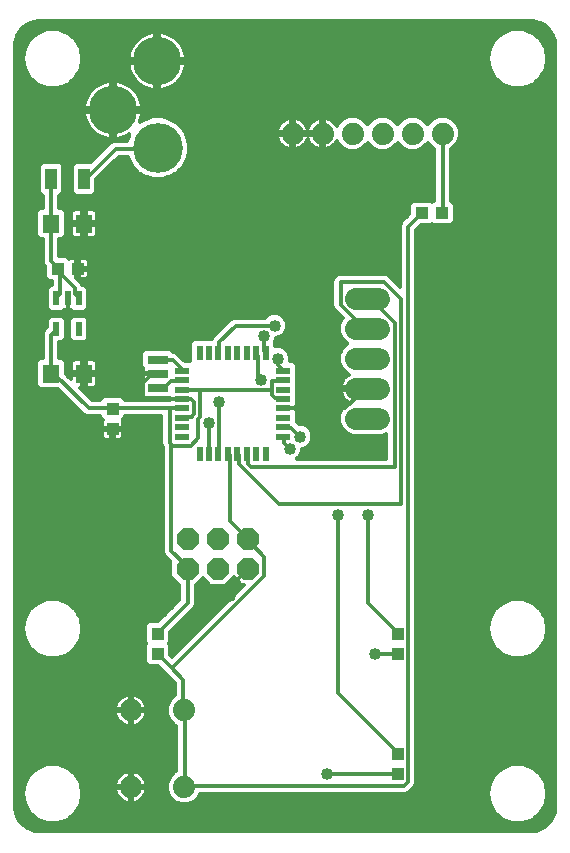
<source format=gbl>
G75*
G70*
%OFA0B0*%
%FSLAX24Y24*%
%IPPOS*%
%LPD*%
%AMOC8*
5,1,8,0,0,1.08239X$1,22.5*
%
%ADD10R,0.0394X0.0433*%
%ADD11R,0.0551X0.0630*%
%ADD12C,0.1660*%
%ADD13C,0.1620*%
%ADD14R,0.0500X0.0220*%
%ADD15R,0.0220X0.0500*%
%ADD16C,0.0740*%
%ADD17R,0.0669X0.0276*%
%ADD18OC8,0.0740*%
%ADD19R,0.0433X0.0394*%
%ADD20R,0.0394X0.0709*%
%ADD21R,0.0217X0.0472*%
%ADD22C,0.0740*%
%ADD23C,0.0120*%
%ADD24C,0.0400*%
D10*
X005160Y006325D03*
X005160Y006995D03*
X003660Y013825D03*
X003660Y014495D03*
X013160Y006995D03*
X013160Y006325D03*
X013160Y002995D03*
X013160Y002325D03*
D11*
X002711Y015660D03*
X001609Y015660D03*
X001609Y020660D03*
X002711Y020660D03*
D12*
X005160Y023196D03*
D13*
X003679Y024447D03*
X005150Y026079D03*
D14*
X005970Y015762D03*
X005970Y015447D03*
X005970Y015132D03*
X005970Y014817D03*
X005970Y014503D03*
X005970Y014188D03*
X005970Y013873D03*
X005970Y013558D03*
X009350Y013558D03*
X009350Y013873D03*
X009350Y014188D03*
X009350Y014503D03*
X009350Y014817D03*
X009350Y015132D03*
X009350Y015447D03*
X009350Y015762D03*
D15*
X008762Y016350D03*
X008447Y016350D03*
X008132Y016350D03*
X007817Y016350D03*
X007503Y016350D03*
X007188Y016350D03*
X006873Y016350D03*
X006558Y016350D03*
X006558Y012970D03*
X006873Y012970D03*
X007188Y012970D03*
X007503Y012970D03*
X007817Y012970D03*
X008132Y012970D03*
X008447Y012970D03*
X008762Y012970D03*
D16*
X006050Y004440D03*
X006050Y001880D03*
X004270Y001880D03*
X004270Y004440D03*
X009660Y023660D03*
X010660Y023660D03*
X011660Y023660D03*
X012660Y023660D03*
X013660Y023660D03*
X014660Y023660D03*
D17*
X005160Y016132D03*
X005160Y015660D03*
X005160Y015188D03*
D18*
X006160Y010160D03*
X006160Y009160D03*
X007160Y009160D03*
X007160Y010160D03*
X008160Y010160D03*
X008160Y009160D03*
D19*
X002495Y019160D03*
X001825Y019160D03*
X013975Y021010D03*
X014645Y021010D03*
D20*
X002711Y022160D03*
X001609Y022160D03*
D21*
X001786Y018172D03*
X002160Y018172D03*
X002534Y018172D03*
X002534Y017148D03*
X001786Y017148D03*
D22*
X011790Y017160D02*
X012530Y017160D01*
X012530Y016160D02*
X011790Y016160D01*
X011790Y015160D02*
X012530Y015160D01*
X012530Y014160D02*
X011790Y014160D01*
X011790Y018160D02*
X012530Y018160D01*
D23*
X000501Y000824D02*
X000637Y000637D01*
X000824Y000501D01*
X001044Y000429D01*
X001160Y000420D01*
X017660Y000420D01*
X017776Y000429D01*
X017996Y000501D01*
X018183Y000637D01*
X018319Y000824D01*
X018391Y001044D01*
X018400Y001160D01*
X018400Y026660D01*
X018391Y026776D01*
X018319Y026996D01*
X018183Y027183D01*
X017996Y027319D01*
X017776Y027391D01*
X017660Y027400D01*
X001160Y027400D01*
X001044Y027391D01*
X000824Y027319D01*
X000637Y027183D01*
X000501Y026996D01*
X000429Y026776D01*
X000420Y026660D01*
X000420Y001160D01*
X000429Y001044D01*
X000501Y000824D01*
X000485Y000871D02*
X001076Y000871D01*
X001162Y000798D02*
X000898Y001020D01*
X000898Y001020D01*
X000725Y001320D01*
X000725Y001320D01*
X000665Y001660D01*
X000665Y001660D01*
X000725Y002000D01*
X000725Y002000D01*
X000898Y002300D01*
X000898Y002300D01*
X001162Y002522D01*
X001162Y002522D01*
X001487Y002640D01*
X001833Y002640D01*
X002158Y002522D01*
X002158Y002522D01*
X002422Y002300D01*
X002422Y002300D01*
X002595Y002000D01*
X002595Y002000D01*
X002655Y001660D01*
X002655Y001660D01*
X002595Y001320D01*
X002595Y001320D01*
X002422Y001020D01*
X002422Y001020D01*
X002422Y001020D01*
X002158Y000798D01*
X002158Y000798D01*
X001833Y000680D01*
X001610Y000680D01*
X001487Y000680D01*
X001162Y000798D01*
X001288Y000753D02*
X000553Y000753D01*
X000641Y000634D02*
X018179Y000634D01*
X018267Y000753D02*
X017532Y000753D01*
X017658Y000798D02*
X017658Y000798D01*
X017922Y001020D01*
X017922Y001020D01*
X017922Y001020D01*
X018095Y001320D01*
X018155Y001660D01*
X018095Y002000D01*
X018095Y002000D01*
X017922Y002300D01*
X017658Y002522D01*
X017658Y002522D01*
X017333Y002640D01*
X016987Y002640D01*
X016662Y002522D01*
X016398Y002300D01*
X016398Y002300D01*
X016225Y002000D01*
X016165Y001660D01*
X016225Y001320D01*
X016225Y001320D01*
X016398Y001020D01*
X016662Y000798D01*
X016662Y000798D01*
X016987Y000680D01*
X017210Y000680D01*
X017333Y000680D01*
X017658Y000798D01*
X017744Y000871D02*
X018335Y000871D01*
X018373Y000990D02*
X017886Y000990D01*
X017973Y001108D02*
X018396Y001108D01*
X018400Y001227D02*
X018041Y001227D01*
X018095Y001320D02*
X018095Y001320D01*
X018100Y001345D02*
X018400Y001345D01*
X018400Y001464D02*
X018120Y001464D01*
X018141Y001582D02*
X018400Y001582D01*
X018400Y001701D02*
X018148Y001701D01*
X018155Y001660D02*
X018155Y001660D01*
X018127Y001819D02*
X018400Y001819D01*
X018400Y001938D02*
X018106Y001938D01*
X018063Y002056D02*
X018400Y002056D01*
X018400Y002175D02*
X017995Y002175D01*
X017926Y002293D02*
X018400Y002293D01*
X018400Y002412D02*
X017789Y002412D01*
X017922Y002300D02*
X017922Y002300D01*
X017635Y002530D02*
X018400Y002530D01*
X018400Y002649D02*
X013780Y002649D01*
X013780Y002767D02*
X018400Y002767D01*
X018400Y002886D02*
X013780Y002886D01*
X013780Y003004D02*
X018400Y003004D01*
X018400Y003123D02*
X013780Y003123D01*
X013780Y003241D02*
X018400Y003241D01*
X018400Y003360D02*
X013780Y003360D01*
X013780Y003478D02*
X018400Y003478D01*
X018400Y003597D02*
X013780Y003597D01*
X013780Y003715D02*
X018400Y003715D01*
X018400Y003834D02*
X013780Y003834D01*
X013780Y003952D02*
X018400Y003952D01*
X018400Y004071D02*
X013780Y004071D01*
X013780Y004189D02*
X018400Y004189D01*
X018400Y004308D02*
X013780Y004308D01*
X013780Y004426D02*
X018400Y004426D01*
X018400Y004545D02*
X013780Y004545D01*
X013780Y004663D02*
X018400Y004663D01*
X018400Y004782D02*
X013780Y004782D01*
X013780Y004900D02*
X018400Y004900D01*
X018400Y005019D02*
X013780Y005019D01*
X013780Y005137D02*
X018400Y005137D01*
X018400Y005256D02*
X013780Y005256D01*
X013780Y005374D02*
X018400Y005374D01*
X018400Y005493D02*
X013780Y005493D01*
X013780Y005611D02*
X018400Y005611D01*
X018400Y005730D02*
X013780Y005730D01*
X013780Y005848D02*
X018400Y005848D01*
X018400Y005967D02*
X013780Y005967D01*
X013780Y006085D02*
X018400Y006085D01*
X018400Y006204D02*
X017397Y006204D01*
X017333Y006180D02*
X017658Y006298D01*
X017922Y006520D01*
X017922Y006520D01*
X017922Y006520D01*
X018095Y006820D01*
X018155Y007160D01*
X018095Y007500D01*
X018095Y007500D01*
X017922Y007800D01*
X017658Y008022D01*
X017658Y008022D01*
X017333Y008140D01*
X016987Y008140D01*
X016662Y008022D01*
X016398Y007800D01*
X016398Y007800D01*
X016225Y007500D01*
X016165Y007160D01*
X016225Y006820D01*
X016398Y006520D01*
X016662Y006298D01*
X016662Y006298D01*
X016987Y006180D01*
X017110Y006180D01*
X017333Y006180D01*
X017658Y006298D02*
X017658Y006298D01*
X017686Y006322D02*
X018400Y006322D01*
X018400Y006441D02*
X017827Y006441D01*
X017945Y006559D02*
X018400Y006559D01*
X018400Y006678D02*
X018013Y006678D01*
X018081Y006796D02*
X018400Y006796D01*
X018400Y006915D02*
X018112Y006915D01*
X018095Y006820D02*
X018095Y006820D01*
X018133Y007033D02*
X018400Y007033D01*
X018400Y007152D02*
X018154Y007152D01*
X018155Y007160D02*
X018155Y007160D01*
X018136Y007270D02*
X018400Y007270D01*
X018400Y007389D02*
X018115Y007389D01*
X018091Y007507D02*
X018400Y007507D01*
X018400Y007626D02*
X018023Y007626D01*
X017954Y007744D02*
X018400Y007744D01*
X018400Y007863D02*
X017847Y007863D01*
X017922Y007800D02*
X017922Y007800D01*
X017706Y007981D02*
X018400Y007981D01*
X018400Y008100D02*
X017444Y008100D01*
X016876Y008100D02*
X013780Y008100D01*
X013780Y008218D02*
X018400Y008218D01*
X018400Y008337D02*
X013780Y008337D01*
X013780Y008455D02*
X018400Y008455D01*
X018400Y008574D02*
X013780Y008574D01*
X013780Y008692D02*
X018400Y008692D01*
X018400Y008811D02*
X013780Y008811D01*
X013780Y008929D02*
X018400Y008929D01*
X018400Y009048D02*
X013780Y009048D01*
X013780Y009166D02*
X018400Y009166D01*
X018400Y009285D02*
X013780Y009285D01*
X013780Y009403D02*
X018400Y009403D01*
X018400Y009522D02*
X013780Y009522D01*
X013780Y009640D02*
X018400Y009640D01*
X018400Y009759D02*
X013780Y009759D01*
X013780Y009877D02*
X018400Y009877D01*
X018400Y009996D02*
X013780Y009996D01*
X013780Y010114D02*
X018400Y010114D01*
X018400Y010233D02*
X013780Y010233D01*
X013780Y010351D02*
X018400Y010351D01*
X018400Y010470D02*
X013780Y010470D01*
X013780Y010588D02*
X018400Y010588D01*
X018400Y010707D02*
X013780Y010707D01*
X013780Y010825D02*
X018400Y010825D01*
X018400Y010944D02*
X013780Y010944D01*
X013780Y011062D02*
X018400Y011062D01*
X018400Y011181D02*
X013780Y011181D01*
X013780Y011299D02*
X018400Y011299D01*
X018400Y011418D02*
X013780Y011418D01*
X013780Y011536D02*
X018400Y011536D01*
X018400Y011655D02*
X013780Y011655D01*
X013780Y011773D02*
X018400Y011773D01*
X018400Y011892D02*
X013780Y011892D01*
X013780Y012010D02*
X018400Y012010D01*
X018400Y012129D02*
X013780Y012129D01*
X013780Y012247D02*
X018400Y012247D01*
X018400Y012366D02*
X013780Y012366D01*
X013780Y012484D02*
X018400Y012484D01*
X018400Y012603D02*
X013780Y012603D01*
X013780Y012721D02*
X018400Y012721D01*
X018400Y012840D02*
X013780Y012840D01*
X013780Y012958D02*
X018400Y012958D01*
X018400Y013077D02*
X013780Y013077D01*
X013780Y013195D02*
X018400Y013195D01*
X018400Y013314D02*
X013780Y013314D01*
X013780Y013432D02*
X018400Y013432D01*
X018400Y013551D02*
X013780Y013551D01*
X013780Y013669D02*
X018400Y013669D01*
X018400Y013788D02*
X013780Y013788D01*
X013780Y013906D02*
X018400Y013906D01*
X018400Y014025D02*
X013780Y014025D01*
X013780Y014143D02*
X018400Y014143D01*
X018400Y014262D02*
X013780Y014262D01*
X013780Y014380D02*
X018400Y014380D01*
X018400Y014499D02*
X013780Y014499D01*
X013780Y014617D02*
X018400Y014617D01*
X018400Y014736D02*
X013780Y014736D01*
X013780Y014854D02*
X018400Y014854D01*
X018400Y014973D02*
X013780Y014973D01*
X013780Y015091D02*
X018400Y015091D01*
X018400Y015210D02*
X013780Y015210D01*
X013780Y015328D02*
X018400Y015328D01*
X018400Y015447D02*
X013780Y015447D01*
X013780Y015565D02*
X018400Y015565D01*
X018400Y015684D02*
X013780Y015684D01*
X013780Y015802D02*
X018400Y015802D01*
X018400Y015921D02*
X013780Y015921D01*
X013780Y016039D02*
X018400Y016039D01*
X018400Y016158D02*
X013780Y016158D01*
X013780Y016276D02*
X018400Y016276D01*
X018400Y016395D02*
X013780Y016395D01*
X013780Y016513D02*
X018400Y016513D01*
X018400Y016632D02*
X013780Y016632D01*
X013780Y016750D02*
X018400Y016750D01*
X018400Y016869D02*
X013780Y016869D01*
X013780Y016987D02*
X018400Y016987D01*
X018400Y017106D02*
X013780Y017106D01*
X013780Y017224D02*
X018400Y017224D01*
X018400Y017343D02*
X013780Y017343D01*
X013780Y017461D02*
X018400Y017461D01*
X018400Y017580D02*
X013780Y017580D01*
X013780Y017698D02*
X018400Y017698D01*
X018400Y017817D02*
X013780Y017817D01*
X013780Y017935D02*
X018400Y017935D01*
X018400Y018054D02*
X013780Y018054D01*
X013780Y018172D02*
X018400Y018172D01*
X018400Y018291D02*
X013780Y018291D01*
X013780Y018409D02*
X018400Y018409D01*
X018400Y018528D02*
X013780Y018528D01*
X013780Y018646D02*
X018400Y018646D01*
X018400Y018765D02*
X013780Y018765D01*
X013780Y018883D02*
X018400Y018883D01*
X018400Y019002D02*
X013780Y019002D01*
X013780Y019120D02*
X018400Y019120D01*
X018400Y019239D02*
X013780Y019239D01*
X013780Y019357D02*
X018400Y019357D01*
X018400Y019476D02*
X013780Y019476D01*
X013780Y019594D02*
X018400Y019594D01*
X018400Y019713D02*
X013780Y019713D01*
X013780Y019831D02*
X018400Y019831D01*
X018400Y019950D02*
X013780Y019950D01*
X013780Y020068D02*
X018400Y020068D01*
X018400Y020187D02*
X013780Y020187D01*
X013780Y020305D02*
X018400Y020305D01*
X018400Y020424D02*
X013780Y020424D01*
X013780Y020448D02*
X013935Y020603D01*
X014279Y020603D01*
X014310Y020634D01*
X014341Y020603D01*
X014948Y020603D01*
X015071Y020726D01*
X015071Y021294D01*
X014948Y021417D01*
X014930Y021417D01*
X014930Y023144D01*
X014989Y023168D01*
X015152Y023331D01*
X015240Y023545D01*
X015240Y023775D01*
X015152Y023989D01*
X014989Y024152D01*
X014775Y024240D01*
X014545Y024240D01*
X014331Y024152D01*
X014168Y023989D01*
X014160Y023969D01*
X014152Y023989D01*
X013989Y024152D01*
X013775Y024240D01*
X013545Y024240D01*
X013331Y024152D01*
X013168Y023989D01*
X013160Y023969D01*
X013152Y023989D01*
X012989Y024152D01*
X012775Y024240D01*
X012545Y024240D01*
X012331Y024152D01*
X012168Y023989D01*
X012160Y023969D01*
X012152Y023989D01*
X011989Y024152D01*
X011775Y024240D01*
X011545Y024240D01*
X011331Y024152D01*
X011168Y023989D01*
X011132Y023901D01*
X011113Y023938D01*
X011064Y024005D01*
X011005Y024064D01*
X010938Y024113D01*
X010863Y024151D01*
X010784Y024177D01*
X010702Y024190D01*
X010700Y024190D01*
X010700Y023700D01*
X010620Y023700D01*
X010620Y024190D01*
X010618Y024190D01*
X010536Y024177D01*
X010457Y024151D01*
X010382Y024113D01*
X010315Y024064D01*
X010256Y024005D01*
X010207Y023938D01*
X010169Y023863D01*
X010160Y023836D01*
X010151Y023863D01*
X010113Y023938D01*
X010064Y024005D01*
X010005Y024064D01*
X009938Y024113D01*
X009863Y024151D01*
X009784Y024177D01*
X009702Y024190D01*
X009700Y024190D01*
X009700Y023700D01*
X009620Y023700D01*
X009620Y024190D01*
X009618Y024190D01*
X009536Y024177D01*
X009457Y024151D01*
X009382Y024113D01*
X009315Y024064D01*
X009256Y024005D01*
X009207Y023938D01*
X009169Y023863D01*
X009143Y023784D01*
X009130Y023702D01*
X009130Y023700D01*
X009620Y023700D01*
X009620Y023620D01*
X009130Y023620D01*
X009130Y023618D01*
X009143Y023536D01*
X009169Y023457D01*
X009207Y023382D01*
X009256Y023315D01*
X009315Y023256D01*
X009382Y023207D01*
X009457Y023169D01*
X009536Y023143D01*
X009618Y023130D01*
X009620Y023130D01*
X009620Y023620D01*
X009700Y023620D01*
X009700Y023700D01*
X010130Y023700D01*
X010620Y023700D01*
X010660Y023660D01*
X010620Y023623D02*
X009700Y023623D01*
X009700Y023620D02*
X010620Y023620D01*
X010700Y023620D01*
X010700Y023130D01*
X010702Y023130D01*
X010784Y023143D01*
X010863Y023169D01*
X010938Y023207D01*
X011005Y023256D01*
X011064Y023315D01*
X011113Y023382D01*
X011132Y023419D01*
X011168Y023331D01*
X011331Y023168D01*
X011545Y023080D01*
X011775Y023080D01*
X011989Y023168D01*
X012152Y023331D01*
X012160Y023351D01*
X012168Y023331D01*
X012331Y023168D01*
X012545Y023080D01*
X012775Y023080D01*
X012989Y023168D01*
X013152Y023331D01*
X013160Y023351D01*
X013168Y023331D01*
X013331Y023168D01*
X013545Y023080D01*
X013775Y023080D01*
X013989Y023168D01*
X014152Y023331D01*
X014160Y023351D01*
X014168Y023331D01*
X014331Y023168D01*
X014390Y023144D01*
X014390Y021417D01*
X014341Y021417D01*
X014310Y021386D01*
X014279Y021417D01*
X013672Y021417D01*
X013549Y021294D01*
X013549Y020981D01*
X013357Y020789D01*
X013281Y020713D01*
X013240Y020614D01*
X013240Y018562D01*
X012939Y018863D01*
X012863Y018939D01*
X012764Y018980D01*
X011206Y018980D01*
X011107Y018939D01*
X011031Y018863D01*
X010990Y018764D01*
X010990Y017906D01*
X011031Y017807D01*
X011324Y017514D01*
X011298Y017489D01*
X011210Y017275D01*
X011210Y017045D01*
X011298Y016831D01*
X011461Y016668D01*
X011481Y016660D01*
X011461Y016652D01*
X011298Y016489D01*
X011210Y016275D01*
X011210Y016045D01*
X011298Y015831D01*
X011461Y015668D01*
X011549Y015632D01*
X011512Y015613D01*
X011445Y015564D01*
X011386Y015505D01*
X011337Y015438D01*
X011299Y015363D01*
X011273Y015284D01*
X011261Y015210D01*
X012110Y015210D01*
X012110Y015110D01*
X011261Y015110D01*
X011273Y015036D01*
X011299Y014957D01*
X011337Y014882D01*
X011386Y014815D01*
X011445Y014756D01*
X011512Y014707D01*
X011549Y014688D01*
X011461Y014652D01*
X011298Y014489D01*
X011210Y014275D01*
X011210Y014045D01*
X011298Y013831D01*
X011461Y013668D01*
X011675Y013580D01*
X012645Y013580D01*
X012790Y013640D01*
X012790Y012830D01*
X009810Y012830D01*
X009908Y012928D01*
X009970Y013078D01*
X009970Y013150D01*
X009992Y013150D01*
X010142Y013212D01*
X010258Y013328D01*
X010320Y013478D01*
X010320Y013642D01*
X010258Y013792D01*
X010142Y013908D01*
X009992Y013970D01*
X009882Y013970D01*
X009839Y014013D01*
X009810Y014042D01*
X009810Y014385D01*
X009760Y014435D01*
X009760Y014503D01*
X009760Y014570D01*
X009810Y014620D01*
X009810Y015959D01*
X009687Y016082D01*
X009570Y016082D01*
X009570Y016242D01*
X009508Y016392D01*
X009392Y016508D01*
X009242Y016570D01*
X009082Y016570D01*
X009082Y016687D01*
X009068Y016702D01*
X009120Y016828D01*
X009120Y016850D01*
X009142Y016850D01*
X009292Y016912D01*
X009408Y017028D01*
X009470Y017178D01*
X009470Y017342D01*
X009408Y017492D01*
X009292Y017608D01*
X009142Y017670D01*
X008978Y017670D01*
X008828Y017608D01*
X008750Y017530D01*
X007706Y017530D01*
X007607Y017489D01*
X006981Y016863D01*
X006959Y016810D01*
X006361Y016810D01*
X006238Y016687D01*
X006238Y016082D01*
X006069Y016082D01*
X005889Y016263D01*
X005813Y016339D01*
X005714Y016380D01*
X005682Y016380D01*
X005582Y016480D01*
X004738Y016480D01*
X004615Y016357D01*
X004615Y015908D01*
X004674Y015849D01*
X004665Y015819D01*
X004665Y015669D01*
X005151Y015669D01*
X005151Y015651D01*
X004665Y015651D01*
X004665Y015501D01*
X004674Y015471D01*
X004615Y015412D01*
X004615Y014963D01*
X004738Y014840D01*
X005560Y014840D01*
X005560Y014817D01*
X005560Y014780D01*
X004067Y014780D01*
X004067Y014798D01*
X003944Y014921D01*
X003376Y014921D01*
X003253Y014798D01*
X003253Y014780D01*
X002972Y014780D01*
X002567Y015185D01*
X002651Y015185D01*
X002651Y015600D01*
X002276Y015600D01*
X002276Y015476D01*
X002094Y015657D01*
X002094Y016062D01*
X001971Y016185D01*
X001880Y016185D01*
X001880Y016702D01*
X001981Y016702D01*
X002104Y016825D01*
X002104Y017471D01*
X001981Y017594D01*
X001591Y017594D01*
X001468Y017471D01*
X001468Y017200D01*
X001457Y017189D01*
X001381Y017113D01*
X001340Y017014D01*
X001340Y016185D01*
X001246Y016185D01*
X001123Y016062D01*
X001123Y015258D01*
X001246Y015135D01*
X001853Y015135D01*
X002631Y014357D01*
X002707Y014281D01*
X002806Y014240D01*
X003253Y014240D01*
X003253Y014191D01*
X003324Y014120D01*
X003314Y014104D01*
X003303Y014063D01*
X003303Y013864D01*
X003622Y013864D01*
X003622Y013787D01*
X003698Y013787D01*
X003698Y013449D01*
X003878Y013449D01*
X003919Y013460D01*
X003955Y013481D01*
X003985Y013511D01*
X004006Y013547D01*
X004017Y013588D01*
X004017Y013787D01*
X003698Y013787D01*
X003698Y013864D01*
X004017Y013864D01*
X004017Y014063D01*
X004006Y014104D01*
X003996Y014120D01*
X004067Y014191D01*
X004067Y014240D01*
X005290Y014240D01*
X005290Y013306D01*
X005331Y013207D01*
X005340Y013198D01*
X005340Y009706D01*
X005381Y009607D01*
X005457Y009531D01*
X005584Y009404D01*
X005580Y009400D01*
X005580Y008920D01*
X005890Y008610D01*
X005890Y008122D01*
X005189Y007421D01*
X004876Y007421D01*
X004753Y007298D01*
X004753Y006691D01*
X004784Y006660D01*
X004753Y006629D01*
X004753Y006022D01*
X004876Y005899D01*
X005189Y005899D01*
X005482Y005606D01*
X005740Y005348D01*
X005740Y004939D01*
X005721Y004932D01*
X005558Y004769D01*
X005470Y004555D01*
X005470Y004325D01*
X005558Y004111D01*
X005721Y003948D01*
X005790Y003920D01*
X005790Y002400D01*
X005721Y002372D01*
X005558Y002209D01*
X005470Y001995D01*
X005470Y001765D01*
X005558Y001551D01*
X005721Y001388D01*
X005935Y001300D01*
X006165Y001300D01*
X006379Y001388D01*
X006542Y001551D01*
X006578Y001640D01*
X013414Y001640D01*
X013513Y001681D01*
X013589Y001757D01*
X013739Y001907D01*
X013780Y002006D01*
X013780Y020448D01*
X013874Y020542D02*
X018400Y020542D01*
X018400Y020661D02*
X015006Y020661D01*
X015071Y020779D02*
X018400Y020779D01*
X018400Y020898D02*
X015071Y020898D01*
X015071Y021016D02*
X018400Y021016D01*
X018400Y021135D02*
X015071Y021135D01*
X015071Y021253D02*
X018400Y021253D01*
X018400Y021372D02*
X014993Y021372D01*
X014930Y021490D02*
X018400Y021490D01*
X018400Y021609D02*
X014930Y021609D01*
X014930Y021727D02*
X018400Y021727D01*
X018400Y021846D02*
X014930Y021846D01*
X014930Y021964D02*
X018400Y021964D01*
X018400Y022083D02*
X014930Y022083D01*
X014930Y022201D02*
X018400Y022201D01*
X018400Y022320D02*
X014930Y022320D01*
X014930Y022438D02*
X018400Y022438D01*
X018400Y022557D02*
X014930Y022557D01*
X014930Y022675D02*
X018400Y022675D01*
X018400Y022794D02*
X014930Y022794D01*
X014930Y022912D02*
X018400Y022912D01*
X018400Y023031D02*
X014930Y023031D01*
X014942Y023149D02*
X018400Y023149D01*
X018400Y023268D02*
X015088Y023268D01*
X015174Y023386D02*
X018400Y023386D01*
X018400Y023505D02*
X015223Y023505D01*
X015240Y023623D02*
X018400Y023623D01*
X018400Y023742D02*
X015240Y023742D01*
X015205Y023860D02*
X018400Y023860D01*
X018400Y023979D02*
X015156Y023979D01*
X015043Y024097D02*
X018400Y024097D01*
X018400Y024216D02*
X014834Y024216D01*
X014486Y024216D02*
X013834Y024216D01*
X014043Y024097D02*
X014277Y024097D01*
X014164Y023979D02*
X014156Y023979D01*
X014660Y023660D02*
X014660Y021010D01*
X014645Y021010D01*
X014390Y021490D02*
X001880Y021490D01*
X001880Y021596D02*
X001880Y021185D01*
X001971Y021185D01*
X002094Y021062D01*
X002094Y020258D01*
X001971Y020135D01*
X001880Y020135D01*
X001880Y019567D01*
X002129Y019567D01*
X002200Y019496D01*
X002216Y019506D01*
X002257Y019517D01*
X002456Y019517D01*
X002456Y019198D01*
X002533Y019198D01*
X002871Y019198D01*
X002871Y019378D01*
X002860Y019419D01*
X002839Y019455D01*
X002809Y019485D01*
X002773Y019506D01*
X002732Y019517D01*
X002533Y019517D01*
X002533Y019198D01*
X002533Y019122D01*
X002871Y019122D01*
X002871Y018942D01*
X002860Y018901D01*
X002839Y018865D01*
X002809Y018835D01*
X002773Y018814D01*
X002732Y018803D01*
X002533Y018803D01*
X002533Y019122D01*
X002456Y019122D01*
X002456Y018846D01*
X002639Y018663D01*
X002657Y018618D01*
X002729Y018618D01*
X002852Y018495D01*
X002852Y017849D01*
X002729Y017726D01*
X002339Y017726D01*
X002289Y017776D01*
X002160Y017776D01*
X002160Y018172D01*
X002160Y018172D01*
X002160Y017776D01*
X002031Y017776D01*
X001981Y017726D01*
X001591Y017726D01*
X001468Y017849D01*
X001468Y018495D01*
X001591Y018618D01*
X001640Y018618D01*
X001640Y018753D01*
X001522Y018753D01*
X001399Y018876D01*
X001399Y019239D01*
X001381Y019257D01*
X001340Y019356D01*
X001340Y020135D01*
X001246Y020135D01*
X001123Y020258D01*
X001123Y021062D01*
X001246Y021185D01*
X001340Y021185D01*
X001340Y021596D01*
X001325Y021596D01*
X001202Y021719D01*
X001202Y022601D01*
X001325Y022724D01*
X001893Y022724D01*
X002016Y022601D01*
X002016Y021719D01*
X001893Y021596D01*
X001880Y021596D01*
X001906Y021609D02*
X002414Y021609D01*
X002427Y021596D02*
X002995Y021596D01*
X003118Y021719D01*
X003118Y022136D01*
X003872Y022890D01*
X004165Y022890D01*
X004191Y022795D01*
X004328Y022558D01*
X004521Y022364D01*
X004759Y022227D01*
X005023Y022156D01*
X005297Y022156D01*
X005561Y022227D01*
X005799Y022364D01*
X005992Y022558D01*
X006129Y022795D01*
X006200Y023059D01*
X006200Y023333D01*
X006129Y023598D01*
X005992Y023835D01*
X005799Y024028D01*
X005561Y024165D01*
X005297Y024236D01*
X005023Y024236D01*
X004759Y024165D01*
X004566Y024054D01*
X004577Y024076D01*
X004613Y024178D01*
X004637Y024285D01*
X004648Y024387D01*
X003739Y024387D01*
X003739Y023478D01*
X003842Y023490D01*
X003948Y023514D01*
X004051Y023550D01*
X004149Y023597D01*
X004214Y023638D01*
X004191Y023598D01*
X004146Y023430D01*
X003706Y023430D01*
X003607Y023389D01*
X003531Y023313D01*
X002942Y022724D01*
X002427Y022724D01*
X002304Y022601D01*
X002304Y021719D01*
X002427Y021596D01*
X002304Y021727D02*
X002016Y021727D01*
X002016Y021846D02*
X002304Y021846D01*
X002304Y021964D02*
X002016Y021964D01*
X002016Y022083D02*
X002304Y022083D01*
X002304Y022201D02*
X002016Y022201D01*
X002016Y022320D02*
X002304Y022320D01*
X002304Y022438D02*
X002016Y022438D01*
X002016Y022557D02*
X002304Y022557D01*
X002378Y022675D02*
X001942Y022675D01*
X001610Y022160D02*
X001609Y022160D01*
X001610Y022160D02*
X001610Y020660D01*
X001609Y020660D01*
X001610Y020610D01*
X001610Y019410D01*
X001810Y019210D01*
X001825Y019160D01*
X001860Y019060D01*
X001935Y018985D01*
X001910Y018960D01*
X001910Y018310D01*
X001810Y018210D01*
X001786Y018172D01*
X001640Y018646D02*
X000420Y018646D01*
X000420Y018528D02*
X001500Y018528D01*
X001468Y018409D02*
X000420Y018409D01*
X000420Y018291D02*
X001468Y018291D01*
X001468Y018172D02*
X000420Y018172D01*
X000420Y018054D02*
X001468Y018054D01*
X001468Y017935D02*
X000420Y017935D01*
X000420Y017817D02*
X001500Y017817D01*
X001576Y017580D02*
X000420Y017580D01*
X000420Y017698D02*
X011140Y017698D01*
X011027Y017817D02*
X002820Y017817D01*
X002852Y017935D02*
X010990Y017935D01*
X010990Y018054D02*
X002852Y018054D01*
X002852Y018172D02*
X010990Y018172D01*
X010990Y018291D02*
X002852Y018291D01*
X002852Y018409D02*
X010990Y018409D01*
X010990Y018528D02*
X002820Y018528D01*
X002646Y018646D02*
X010990Y018646D01*
X010990Y018765D02*
X002537Y018765D01*
X002533Y018883D02*
X002456Y018883D01*
X002456Y019002D02*
X002533Y019002D01*
X002533Y019120D02*
X002456Y019120D01*
X002456Y019239D02*
X002533Y019239D01*
X002533Y019357D02*
X002456Y019357D01*
X002456Y019476D02*
X002533Y019476D01*
X002819Y019476D02*
X013240Y019476D01*
X013240Y019594D02*
X001880Y019594D01*
X001880Y019713D02*
X013240Y019713D01*
X013240Y019831D02*
X001880Y019831D01*
X001880Y019950D02*
X013240Y019950D01*
X013240Y020068D02*
X001880Y020068D01*
X002023Y020187D02*
X002409Y020187D01*
X002415Y020185D02*
X002651Y020185D01*
X002651Y020600D01*
X002276Y020600D01*
X002276Y020324D01*
X002286Y020283D01*
X002308Y020247D01*
X002337Y020217D01*
X002374Y020196D01*
X002415Y020185D01*
X002281Y020305D02*
X002094Y020305D01*
X002094Y020424D02*
X002276Y020424D01*
X002276Y020542D02*
X002094Y020542D01*
X002094Y020661D02*
X002651Y020661D01*
X002651Y020720D02*
X002651Y020600D01*
X002771Y020600D01*
X002771Y020185D01*
X003008Y020185D01*
X003049Y020196D01*
X003085Y020217D01*
X003115Y020247D01*
X003136Y020283D01*
X003147Y020324D01*
X003147Y020600D01*
X002771Y020600D01*
X002771Y020720D01*
X002651Y020720D01*
X002276Y020720D01*
X002276Y020996D01*
X002286Y021037D01*
X002308Y021073D01*
X002337Y021103D01*
X002374Y021124D01*
X002415Y021135D01*
X002651Y021135D01*
X002651Y020720D01*
X002651Y020779D02*
X002771Y020779D01*
X002771Y020720D02*
X002771Y021135D01*
X003008Y021135D01*
X003049Y021124D01*
X003085Y021103D01*
X003115Y021073D01*
X003136Y021037D01*
X003147Y020996D01*
X003147Y020720D01*
X002771Y020720D01*
X002771Y020661D02*
X013259Y020661D01*
X013240Y020542D02*
X003147Y020542D01*
X003147Y020424D02*
X013240Y020424D01*
X013240Y020305D02*
X003142Y020305D01*
X003013Y020187D02*
X013240Y020187D01*
X013510Y020560D02*
X013510Y002060D01*
X013360Y001910D01*
X006060Y001910D01*
X006050Y001880D01*
X006060Y001960D01*
X006060Y004410D01*
X006050Y004440D01*
X006010Y004460D01*
X006010Y005460D01*
X005635Y005835D01*
X008710Y008910D01*
X008710Y009560D01*
X008160Y010110D01*
X008160Y010160D01*
X007560Y010760D01*
X007560Y012960D01*
X007510Y012960D01*
X007503Y012970D01*
X007210Y013010D02*
X007188Y012970D01*
X007210Y013010D02*
X007210Y014710D01*
X006860Y014010D02*
X006860Y013010D01*
X006873Y012970D01*
X006510Y013510D02*
X006510Y014160D01*
X006560Y014210D01*
X006560Y015110D01*
X006010Y015110D01*
X005970Y015132D01*
X005960Y015410D02*
X005970Y015447D01*
X005960Y015410D02*
X005610Y015410D01*
X005410Y015210D01*
X005160Y015210D01*
X005160Y015188D01*
X005160Y015660D02*
X004960Y015660D01*
X004660Y015360D01*
X004660Y014810D01*
X005910Y014810D01*
X005970Y014817D01*
X006010Y014810D01*
X006260Y014810D01*
X006360Y014710D01*
X006360Y014310D01*
X006310Y014260D01*
X006310Y014210D01*
X006010Y014210D01*
X005970Y014188D01*
X005970Y014503D02*
X005960Y014510D01*
X005560Y014510D01*
X005560Y013360D01*
X005635Y013285D01*
X005610Y013260D01*
X005610Y009760D01*
X006160Y009210D01*
X006160Y009160D01*
X006160Y008010D01*
X005160Y007010D01*
X005160Y006995D01*
X005567Y007033D02*
X006451Y007033D01*
X006333Y006915D02*
X005567Y006915D01*
X005567Y006796D02*
X006214Y006796D01*
X006096Y006678D02*
X005553Y006678D01*
X005567Y006691D02*
X005567Y007035D01*
X006313Y007781D01*
X006389Y007857D01*
X006430Y007956D01*
X006430Y008610D01*
X006660Y008840D01*
X006920Y008580D01*
X007400Y008580D01*
X007695Y008875D01*
X007940Y008630D01*
X008048Y008630D01*
X005635Y006217D01*
X005567Y006285D01*
X005567Y006629D01*
X005536Y006660D01*
X005567Y006691D01*
X005567Y006559D02*
X005977Y006559D01*
X005859Y006441D02*
X005567Y006441D01*
X005567Y006322D02*
X005740Y006322D01*
X005635Y005835D02*
X005160Y006310D01*
X005160Y006325D01*
X005240Y005848D02*
X000420Y005848D01*
X000420Y005730D02*
X005359Y005730D01*
X005477Y005611D02*
X000420Y005611D01*
X000420Y005493D02*
X005596Y005493D01*
X005714Y005374D02*
X000420Y005374D01*
X000420Y005256D02*
X005740Y005256D01*
X005740Y005137D02*
X000420Y005137D01*
X000420Y005019D02*
X005740Y005019D01*
X005690Y004900D02*
X004535Y004900D01*
X004548Y004893D02*
X004473Y004931D01*
X004394Y004957D01*
X004312Y004970D01*
X004310Y004970D01*
X004310Y004480D01*
X004230Y004480D01*
X004230Y004970D01*
X004228Y004970D01*
X004146Y004957D01*
X004067Y004931D01*
X003992Y004893D01*
X003925Y004844D01*
X003866Y004785D01*
X003817Y004718D01*
X003779Y004643D01*
X003753Y004564D01*
X003740Y004482D01*
X003740Y004480D01*
X004230Y004480D01*
X004230Y004400D01*
X003740Y004400D01*
X003740Y004398D01*
X003753Y004316D01*
X003779Y004237D01*
X003817Y004162D01*
X003866Y004095D01*
X003925Y004036D01*
X003992Y003987D01*
X004067Y003949D01*
X004146Y003923D01*
X004228Y003910D01*
X004230Y003910D01*
X004230Y004400D01*
X004310Y004400D01*
X004310Y004480D01*
X004800Y004480D01*
X004800Y004482D01*
X004787Y004564D01*
X004761Y004643D01*
X004723Y004718D01*
X004674Y004785D01*
X004615Y004844D01*
X004548Y004893D01*
X004677Y004782D02*
X005571Y004782D01*
X005515Y004663D02*
X004751Y004663D01*
X004790Y004545D02*
X005470Y004545D01*
X005470Y004426D02*
X004310Y004426D01*
X004310Y004400D02*
X004800Y004400D01*
X004800Y004398D01*
X004787Y004316D01*
X004761Y004237D01*
X004723Y004162D01*
X004674Y004095D01*
X004615Y004036D01*
X004548Y003987D01*
X004473Y003949D01*
X004394Y003923D01*
X004312Y003910D01*
X004310Y003910D01*
X004310Y004400D01*
X004230Y004426D02*
X000420Y004426D01*
X000420Y004308D02*
X003756Y004308D01*
X003803Y004189D02*
X000420Y004189D01*
X000420Y004071D02*
X003890Y004071D01*
X004060Y003952D02*
X000420Y003952D01*
X000420Y003834D02*
X005790Y003834D01*
X005790Y003715D02*
X000420Y003715D01*
X000420Y003597D02*
X005790Y003597D01*
X005790Y003478D02*
X000420Y003478D01*
X000420Y003360D02*
X005790Y003360D01*
X005790Y003241D02*
X000420Y003241D01*
X000420Y003123D02*
X005790Y003123D01*
X005790Y003004D02*
X000420Y003004D01*
X000420Y002886D02*
X005790Y002886D01*
X005790Y002767D02*
X000420Y002767D01*
X000420Y002649D02*
X005790Y002649D01*
X005790Y002530D02*
X002135Y002530D01*
X002289Y002412D02*
X005790Y002412D01*
X005643Y002293D02*
X004603Y002293D01*
X004615Y002284D02*
X004548Y002333D01*
X004473Y002371D01*
X004394Y002397D01*
X004312Y002410D01*
X004310Y002410D01*
X004310Y001920D01*
X004230Y001920D01*
X004230Y002410D01*
X004228Y002410D01*
X004146Y002397D01*
X004067Y002371D01*
X003992Y002333D01*
X003925Y002284D01*
X003866Y002225D01*
X003817Y002158D01*
X003779Y002083D01*
X003753Y002004D01*
X003740Y001922D01*
X003740Y001920D01*
X004230Y001920D01*
X004230Y001840D01*
X003740Y001840D01*
X003740Y001838D01*
X003753Y001756D01*
X003779Y001677D01*
X003817Y001602D01*
X003866Y001535D01*
X003925Y001476D01*
X003992Y001427D01*
X004067Y001389D01*
X004146Y001363D01*
X004228Y001350D01*
X004230Y001350D01*
X004230Y001840D01*
X004310Y001840D01*
X004310Y001920D01*
X004800Y001920D01*
X004800Y001922D01*
X004787Y002004D01*
X004761Y002083D01*
X004723Y002158D01*
X004674Y002225D01*
X004615Y002284D01*
X004711Y002175D02*
X005544Y002175D01*
X005495Y002056D02*
X004770Y002056D01*
X004797Y001938D02*
X005470Y001938D01*
X005470Y001819D02*
X004797Y001819D01*
X004800Y001838D02*
X004800Y001840D01*
X004310Y001840D01*
X004310Y001350D01*
X004312Y001350D01*
X004394Y001363D01*
X004473Y001389D01*
X004548Y001427D01*
X004615Y001476D01*
X004674Y001535D01*
X004723Y001602D01*
X004761Y001677D01*
X004787Y001756D01*
X004800Y001838D01*
X004769Y001701D02*
X005497Y001701D01*
X005546Y001582D02*
X004709Y001582D01*
X004598Y001464D02*
X005646Y001464D01*
X005826Y001345D02*
X002600Y001345D01*
X002620Y001464D02*
X003942Y001464D01*
X003831Y001582D02*
X002641Y001582D01*
X002648Y001701D02*
X003771Y001701D01*
X003743Y001819D02*
X002627Y001819D01*
X002606Y001938D02*
X003743Y001938D01*
X003770Y002056D02*
X002563Y002056D01*
X002495Y002175D02*
X003829Y002175D01*
X003937Y002293D02*
X002426Y002293D01*
X002541Y001227D02*
X016279Y001227D01*
X016220Y001345D02*
X006274Y001345D01*
X006454Y001464D02*
X016200Y001464D01*
X016179Y001582D02*
X006554Y001582D01*
X005718Y003952D02*
X004480Y003952D01*
X004310Y003952D02*
X004230Y003952D01*
X004230Y004071D02*
X004310Y004071D01*
X004310Y004189D02*
X004230Y004189D01*
X004230Y004308D02*
X004310Y004308D01*
X004310Y004545D02*
X004230Y004545D01*
X004230Y004663D02*
X004310Y004663D01*
X004310Y004782D02*
X004230Y004782D01*
X004230Y004900D02*
X004310Y004900D01*
X004005Y004900D02*
X000420Y004900D01*
X000420Y004782D02*
X003863Y004782D01*
X003789Y004663D02*
X000420Y004663D01*
X000420Y004545D02*
X003750Y004545D01*
X004650Y004071D02*
X005599Y004071D01*
X005526Y004189D02*
X004737Y004189D01*
X004784Y004308D02*
X005477Y004308D01*
X004808Y005967D02*
X000420Y005967D01*
X000420Y006085D02*
X004753Y006085D01*
X004753Y006204D02*
X001897Y006204D01*
X001833Y006180D02*
X002158Y006298D01*
X002422Y006520D01*
X002422Y006520D01*
X002422Y006520D01*
X002595Y006820D01*
X002655Y007160D01*
X002595Y007500D01*
X002422Y007800D01*
X002158Y008022D01*
X001833Y008140D01*
X001487Y008140D01*
X001162Y008022D01*
X000898Y007800D01*
X000898Y007800D01*
X000725Y007500D01*
X000665Y007160D01*
X000725Y006820D01*
X000725Y006820D01*
X000898Y006520D01*
X001162Y006298D01*
X001162Y006298D01*
X001487Y006180D01*
X001610Y006180D01*
X001833Y006180D01*
X002158Y006298D02*
X002158Y006298D01*
X002186Y006322D02*
X004753Y006322D01*
X004753Y006441D02*
X002327Y006441D01*
X002445Y006559D02*
X004753Y006559D01*
X004767Y006678D02*
X002513Y006678D01*
X002581Y006796D02*
X004753Y006796D01*
X004753Y006915D02*
X002612Y006915D01*
X002595Y006820D02*
X002595Y006820D01*
X002633Y007033D02*
X004753Y007033D01*
X004753Y007152D02*
X002654Y007152D01*
X002655Y007160D02*
X002655Y007160D01*
X002636Y007270D02*
X004753Y007270D01*
X004843Y007389D02*
X002615Y007389D01*
X002595Y007500D02*
X002595Y007500D01*
X002591Y007507D02*
X005275Y007507D01*
X005394Y007626D02*
X002523Y007626D01*
X002454Y007744D02*
X005512Y007744D01*
X005631Y007863D02*
X002347Y007863D01*
X002422Y007800D02*
X002422Y007800D01*
X002206Y007981D02*
X005749Y007981D01*
X005868Y008100D02*
X001944Y008100D01*
X002158Y008022D02*
X002158Y008022D01*
X001376Y008100D02*
X000420Y008100D01*
X000420Y008218D02*
X005890Y008218D01*
X005890Y008337D02*
X000420Y008337D01*
X000420Y008455D02*
X005890Y008455D01*
X005890Y008574D02*
X000420Y008574D01*
X000420Y008692D02*
X005808Y008692D01*
X005689Y008811D02*
X000420Y008811D01*
X000420Y008929D02*
X005580Y008929D01*
X005580Y009048D02*
X000420Y009048D01*
X000420Y009166D02*
X005580Y009166D01*
X005580Y009285D02*
X000420Y009285D01*
X000420Y009403D02*
X005583Y009403D01*
X005467Y009522D02*
X000420Y009522D01*
X000420Y009640D02*
X005367Y009640D01*
X005340Y009759D02*
X000420Y009759D01*
X000420Y009877D02*
X005340Y009877D01*
X005340Y009996D02*
X000420Y009996D01*
X000420Y010114D02*
X005340Y010114D01*
X005340Y010233D02*
X000420Y010233D01*
X000420Y010351D02*
X005340Y010351D01*
X005340Y010470D02*
X000420Y010470D01*
X000420Y010588D02*
X005340Y010588D01*
X005340Y010707D02*
X000420Y010707D01*
X000420Y010825D02*
X005340Y010825D01*
X005340Y010944D02*
X000420Y010944D01*
X000420Y011062D02*
X005340Y011062D01*
X005340Y011181D02*
X000420Y011181D01*
X000420Y011299D02*
X005340Y011299D01*
X005340Y011418D02*
X000420Y011418D01*
X000420Y011536D02*
X005340Y011536D01*
X005340Y011655D02*
X000420Y011655D01*
X000420Y011773D02*
X005340Y011773D01*
X005340Y011892D02*
X000420Y011892D01*
X000420Y012010D02*
X005340Y012010D01*
X005340Y012129D02*
X000420Y012129D01*
X000420Y012247D02*
X005340Y012247D01*
X005340Y012366D02*
X000420Y012366D01*
X000420Y012484D02*
X005340Y012484D01*
X005340Y012603D02*
X000420Y012603D01*
X000420Y012721D02*
X005340Y012721D01*
X005340Y012840D02*
X000420Y012840D01*
X000420Y012958D02*
X005340Y012958D01*
X005340Y013077D02*
X000420Y013077D01*
X000420Y013195D02*
X005340Y013195D01*
X005290Y013314D02*
X000420Y013314D01*
X000420Y013432D02*
X005290Y013432D01*
X005290Y013551D02*
X004007Y013551D01*
X004017Y013669D02*
X005290Y013669D01*
X005290Y013788D02*
X003698Y013788D01*
X003622Y013788D02*
X000420Y013788D01*
X000420Y013906D02*
X003303Y013906D01*
X003303Y014025D02*
X000420Y014025D01*
X000420Y014143D02*
X003301Y014143D01*
X003303Y013787D02*
X003303Y013588D01*
X003314Y013547D01*
X003335Y013511D01*
X003365Y013481D01*
X003401Y013460D01*
X003442Y013449D01*
X003622Y013449D01*
X003622Y013787D01*
X003303Y013787D01*
X003303Y013669D02*
X000420Y013669D01*
X000420Y013551D02*
X003313Y013551D01*
X003622Y013551D02*
X003698Y013551D01*
X003698Y013669D02*
X003622Y013669D01*
X004017Y013906D02*
X005290Y013906D01*
X005290Y014025D02*
X004017Y014025D01*
X004019Y014143D02*
X005290Y014143D01*
X005560Y014510D02*
X003710Y014510D01*
X003660Y014495D01*
X003610Y014510D01*
X002860Y014510D01*
X001710Y015660D01*
X001609Y015660D01*
X001660Y015660D01*
X001610Y015660D02*
X001609Y015660D01*
X001610Y015660D02*
X001610Y016960D01*
X001760Y017110D01*
X001786Y017148D01*
X002029Y016750D02*
X002291Y016750D01*
X002339Y016702D02*
X002729Y016702D01*
X002852Y016825D01*
X002852Y017471D01*
X002729Y017594D01*
X002339Y017594D01*
X002216Y017471D01*
X002216Y016825D01*
X002339Y016702D01*
X002216Y016869D02*
X002104Y016869D01*
X002104Y016987D02*
X002216Y016987D01*
X002216Y017106D02*
X002104Y017106D01*
X002104Y017224D02*
X002216Y017224D01*
X002216Y017343D02*
X002104Y017343D01*
X002104Y017461D02*
X002216Y017461D01*
X002324Y017580D02*
X001996Y017580D01*
X002160Y017817D02*
X002160Y017817D01*
X002160Y017935D02*
X002160Y017935D01*
X002160Y018054D02*
X002160Y018054D01*
X002410Y018310D02*
X002460Y018310D01*
X002460Y018260D01*
X002510Y018210D01*
X002534Y018172D01*
X002410Y018310D02*
X002410Y018510D01*
X001935Y018985D01*
X001825Y019160D02*
X001810Y019160D01*
X001510Y018765D02*
X000420Y018765D01*
X000420Y018883D02*
X001399Y018883D01*
X001399Y019002D02*
X000420Y019002D01*
X000420Y019120D02*
X001399Y019120D01*
X001399Y019239D02*
X000420Y019239D01*
X000420Y019357D02*
X001340Y019357D01*
X001340Y019476D02*
X000420Y019476D01*
X000420Y019594D02*
X001340Y019594D01*
X001340Y019713D02*
X000420Y019713D01*
X000420Y019831D02*
X001340Y019831D01*
X001340Y019950D02*
X000420Y019950D01*
X000420Y020068D02*
X001340Y020068D01*
X001195Y020187D02*
X000420Y020187D01*
X000420Y020305D02*
X001123Y020305D01*
X001123Y020424D02*
X000420Y020424D01*
X000420Y020542D02*
X001123Y020542D01*
X001123Y020661D02*
X000420Y020661D01*
X000420Y020779D02*
X001123Y020779D01*
X001123Y020898D02*
X000420Y020898D01*
X000420Y021016D02*
X001123Y021016D01*
X001196Y021135D02*
X000420Y021135D01*
X000420Y021253D02*
X001340Y021253D01*
X001340Y021372D02*
X000420Y021372D01*
X000420Y021490D02*
X001340Y021490D01*
X001312Y021609D02*
X000420Y021609D01*
X000420Y021727D02*
X001202Y021727D01*
X001202Y021846D02*
X000420Y021846D01*
X000420Y021964D02*
X001202Y021964D01*
X001202Y022083D02*
X000420Y022083D01*
X000420Y022201D02*
X001202Y022201D01*
X001202Y022320D02*
X000420Y022320D01*
X000420Y022438D02*
X001202Y022438D01*
X001202Y022557D02*
X000420Y022557D01*
X000420Y022675D02*
X001276Y022675D01*
X000420Y022794D02*
X003012Y022794D01*
X003130Y022912D02*
X000420Y022912D01*
X000420Y023031D02*
X003249Y023031D01*
X003367Y023149D02*
X000420Y023149D01*
X000420Y023268D02*
X003486Y023268D01*
X003604Y023386D02*
X000420Y023386D01*
X000420Y023505D02*
X003451Y023505D01*
X003410Y023514D02*
X003516Y023490D01*
X003619Y023478D01*
X003619Y024387D01*
X003739Y024387D01*
X003739Y024507D01*
X004648Y024507D01*
X004637Y024610D01*
X004613Y024716D01*
X004577Y024819D01*
X004529Y024917D01*
X004471Y025010D01*
X004403Y025095D01*
X004326Y025172D01*
X004241Y025240D01*
X004149Y025298D01*
X004051Y025345D01*
X003948Y025381D01*
X003842Y025405D01*
X003739Y025417D01*
X003739Y024507D01*
X003619Y024507D01*
X003619Y024387D01*
X002710Y024387D01*
X002721Y024285D01*
X002745Y024178D01*
X002781Y024076D01*
X002829Y023977D01*
X002887Y023885D01*
X002955Y023800D01*
X003032Y023723D01*
X003117Y023655D01*
X003209Y023597D01*
X003307Y023550D01*
X003410Y023514D01*
X003619Y023505D02*
X003739Y023505D01*
X003739Y023623D02*
X003619Y023623D01*
X003619Y023742D02*
X003739Y023742D01*
X003739Y023860D02*
X003619Y023860D01*
X003619Y023979D02*
X003739Y023979D01*
X003739Y024097D02*
X003619Y024097D01*
X003619Y024216D02*
X003739Y024216D01*
X003739Y024334D02*
X003619Y024334D01*
X003619Y024453D02*
X000420Y024453D01*
X000420Y024571D02*
X002717Y024571D01*
X002721Y024610D02*
X002710Y024507D01*
X003619Y024507D01*
X003619Y025417D01*
X003516Y025405D01*
X003410Y025381D01*
X003307Y025345D01*
X003209Y025298D01*
X003117Y025240D01*
X003032Y025172D01*
X002955Y025095D01*
X002887Y025010D01*
X002829Y024917D01*
X002781Y024819D01*
X002745Y024716D01*
X002721Y024610D01*
X002739Y024690D02*
X000420Y024690D01*
X000420Y024808D02*
X002778Y024808D01*
X002835Y024927D02*
X000420Y024927D01*
X000420Y025045D02*
X002915Y025045D01*
X003023Y025164D02*
X000420Y025164D01*
X000420Y025282D02*
X001207Y025282D01*
X001162Y025298D02*
X001487Y025180D01*
X001710Y025180D01*
X001833Y025180D01*
X002158Y025298D01*
X002422Y025520D01*
X002422Y025520D01*
X002422Y025520D01*
X002595Y025820D01*
X002655Y026160D01*
X002595Y026500D01*
X002595Y026500D01*
X002422Y026800D01*
X002158Y027022D01*
X002158Y027022D01*
X001833Y027140D01*
X001487Y027140D01*
X001162Y027022D01*
X000898Y026800D01*
X000898Y026800D01*
X000725Y026500D01*
X000665Y026160D01*
X000725Y025820D01*
X000725Y025820D01*
X000898Y025520D01*
X001162Y025298D01*
X001162Y025298D01*
X001040Y025401D02*
X000420Y025401D01*
X000420Y025519D02*
X000899Y025519D01*
X000898Y025520D02*
X000898Y025520D01*
X000830Y025638D02*
X000420Y025638D01*
X000420Y025756D02*
X000762Y025756D01*
X000715Y025875D02*
X000420Y025875D01*
X000420Y025993D02*
X000694Y025993D01*
X000673Y026112D02*
X000420Y026112D01*
X000420Y026230D02*
X000677Y026230D01*
X000665Y026160D02*
X000665Y026160D01*
X000698Y026349D02*
X000420Y026349D01*
X000420Y026467D02*
X000719Y026467D01*
X000725Y026500D02*
X000725Y026500D01*
X000774Y026586D02*
X000420Y026586D01*
X000423Y026704D02*
X000843Y026704D01*
X000898Y026800D02*
X000898Y026800D01*
X000925Y026823D02*
X000444Y026823D01*
X000483Y026941D02*
X001066Y026941D01*
X001162Y027022D02*
X001162Y027022D01*
X001266Y027060D02*
X000547Y027060D01*
X000633Y027178D02*
X018187Y027178D01*
X018273Y027060D02*
X017554Y027060D01*
X017658Y027022D02*
X017333Y027140D01*
X016987Y027140D01*
X016662Y027022D01*
X016398Y026800D01*
X016398Y026800D01*
X016225Y026500D01*
X016165Y026160D01*
X016225Y025820D01*
X016225Y025820D01*
X016398Y025520D01*
X016662Y025298D01*
X016662Y025298D01*
X016987Y025180D01*
X017210Y025180D01*
X017333Y025180D01*
X017658Y025298D01*
X017922Y025520D01*
X017922Y025520D01*
X017922Y025520D01*
X018095Y025820D01*
X018155Y026160D01*
X018095Y026500D01*
X018095Y026500D01*
X017922Y026800D01*
X017658Y027022D01*
X017658Y027022D01*
X017754Y026941D02*
X018337Y026941D01*
X018376Y026823D02*
X017895Y026823D01*
X017922Y026800D02*
X017922Y026800D01*
X017977Y026704D02*
X018397Y026704D01*
X018400Y026586D02*
X018046Y026586D01*
X018101Y026467D02*
X018400Y026467D01*
X018400Y026349D02*
X018122Y026349D01*
X018143Y026230D02*
X018400Y026230D01*
X018400Y026112D02*
X018147Y026112D01*
X018155Y026160D02*
X018155Y026160D01*
X018126Y025993D02*
X018400Y025993D01*
X018400Y025875D02*
X018105Y025875D01*
X018095Y025820D02*
X018095Y025820D01*
X018058Y025756D02*
X018400Y025756D01*
X018400Y025638D02*
X017990Y025638D01*
X017921Y025519D02*
X018400Y025519D01*
X018400Y025401D02*
X017780Y025401D01*
X017658Y025298D02*
X017658Y025298D01*
X017613Y025282D02*
X018400Y025282D01*
X018400Y025164D02*
X005472Y025164D01*
X005522Y025181D02*
X005620Y025228D01*
X005712Y025286D01*
X005797Y025354D01*
X005874Y025431D01*
X005942Y025516D01*
X006000Y025609D01*
X006048Y025707D01*
X006084Y025810D01*
X006108Y025916D01*
X006119Y026019D01*
X005210Y026019D01*
X005210Y026139D01*
X005090Y026139D01*
X005090Y027048D01*
X004987Y027036D01*
X004881Y027012D01*
X004778Y026976D01*
X004680Y026929D01*
X004588Y026871D01*
X004503Y026803D01*
X004426Y026726D01*
X004358Y026641D01*
X004300Y026548D01*
X004252Y026450D01*
X004216Y026347D01*
X004192Y026241D01*
X004181Y026139D01*
X005090Y026139D01*
X005090Y026019D01*
X004181Y026019D01*
X004192Y025916D01*
X004216Y025810D01*
X004252Y025707D01*
X004300Y025609D01*
X004358Y025516D01*
X004426Y025431D01*
X004503Y025354D01*
X004588Y025286D01*
X004680Y025228D01*
X004778Y025181D01*
X004881Y025145D01*
X004987Y025121D01*
X005090Y025109D01*
X005090Y026018D01*
X005210Y026018D01*
X005210Y025109D01*
X005313Y025121D01*
X005419Y025145D01*
X005522Y025181D01*
X005706Y025282D02*
X016707Y025282D01*
X016540Y025401D02*
X005844Y025401D01*
X005944Y025519D02*
X016399Y025519D01*
X016398Y025520D02*
X016398Y025520D01*
X016330Y025638D02*
X006014Y025638D01*
X006065Y025756D02*
X016262Y025756D01*
X016215Y025875D02*
X006098Y025875D01*
X006117Y025993D02*
X016194Y025993D01*
X016173Y026112D02*
X005210Y026112D01*
X005210Y026139D02*
X006119Y026139D01*
X006108Y026241D01*
X006084Y026347D01*
X006048Y026450D01*
X006000Y026548D01*
X005942Y026641D01*
X005874Y026726D01*
X005797Y026803D01*
X005712Y026871D01*
X005620Y026929D01*
X005522Y026976D01*
X005419Y027012D01*
X005313Y027036D01*
X005210Y027048D01*
X005210Y026139D01*
X005210Y026230D02*
X005090Y026230D01*
X005090Y026112D02*
X002647Y026112D01*
X002655Y026160D02*
X002655Y026160D01*
X002643Y026230D02*
X004191Y026230D01*
X004217Y026349D02*
X002622Y026349D01*
X002601Y026467D02*
X004260Y026467D01*
X004323Y026586D02*
X002546Y026586D01*
X002477Y026704D02*
X004408Y026704D01*
X004527Y026823D02*
X002395Y026823D01*
X002422Y026800D02*
X002422Y026800D01*
X002254Y026941D02*
X004705Y026941D01*
X005090Y026941D02*
X005210Y026941D01*
X005210Y026823D02*
X005090Y026823D01*
X005090Y026704D02*
X005210Y026704D01*
X005210Y026586D02*
X005090Y026586D01*
X005090Y026467D02*
X005210Y026467D01*
X005210Y026349D02*
X005090Y026349D01*
X005090Y025993D02*
X005210Y025993D01*
X005210Y025875D02*
X005090Y025875D01*
X005090Y025756D02*
X005210Y025756D01*
X005210Y025638D02*
X005090Y025638D01*
X005090Y025519D02*
X005210Y025519D01*
X005210Y025401D02*
X005090Y025401D01*
X005090Y025282D02*
X005210Y025282D01*
X005210Y025164D02*
X005090Y025164D01*
X004828Y025164D02*
X004335Y025164D01*
X004443Y025045D02*
X018400Y025045D01*
X018400Y024927D02*
X004524Y024927D01*
X004581Y024808D02*
X018400Y024808D01*
X018400Y024690D02*
X004619Y024690D01*
X004641Y024571D02*
X018400Y024571D01*
X018400Y024453D02*
X003739Y024453D01*
X003739Y024571D02*
X003619Y024571D01*
X003619Y024690D02*
X003739Y024690D01*
X003739Y024808D02*
X003619Y024808D01*
X003619Y024927D02*
X003739Y024927D01*
X003739Y025045D02*
X003619Y025045D01*
X003619Y025164D02*
X003739Y025164D01*
X003739Y025282D02*
X003619Y025282D01*
X003619Y025401D02*
X003739Y025401D01*
X003862Y025401D02*
X004456Y025401D01*
X004356Y025519D02*
X002421Y025519D01*
X002490Y025638D02*
X004286Y025638D01*
X004235Y025756D02*
X002558Y025756D01*
X002595Y025820D02*
X002595Y025820D01*
X002605Y025875D02*
X004202Y025875D01*
X004183Y025993D02*
X002626Y025993D01*
X002280Y025401D02*
X003496Y025401D01*
X003184Y025282D02*
X002113Y025282D01*
X002158Y025298D02*
X002158Y025298D01*
X001833Y025180D02*
X001833Y025180D01*
X002716Y024334D02*
X000420Y024334D01*
X000420Y024216D02*
X002737Y024216D01*
X002774Y024097D02*
X000420Y024097D01*
X000420Y023979D02*
X002828Y023979D01*
X002907Y023860D02*
X000420Y023860D01*
X000420Y023742D02*
X003013Y023742D01*
X003168Y023623D02*
X000420Y023623D01*
X001880Y021372D02*
X013627Y021372D01*
X013549Y021253D02*
X001880Y021253D01*
X002022Y021135D02*
X002413Y021135D01*
X002281Y021016D02*
X002094Y021016D01*
X002094Y020898D02*
X002276Y020898D01*
X002276Y020779D02*
X002094Y020779D01*
X002651Y020898D02*
X002771Y020898D01*
X002771Y021016D02*
X002651Y021016D01*
X002651Y021135D02*
X002771Y021135D01*
X003009Y021135D02*
X013549Y021135D01*
X013549Y021016D02*
X003141Y021016D01*
X003147Y020898D02*
X013466Y020898D01*
X013347Y020779D02*
X003147Y020779D01*
X002771Y020542D02*
X002651Y020542D01*
X002651Y020424D02*
X002771Y020424D01*
X002771Y020305D02*
X002651Y020305D01*
X002651Y020187D02*
X002771Y020187D01*
X002871Y019357D02*
X013240Y019357D01*
X013240Y019239D02*
X002871Y019239D01*
X002871Y019120D02*
X013240Y019120D01*
X013240Y019002D02*
X002871Y019002D01*
X002850Y018883D02*
X011051Y018883D01*
X011260Y018710D02*
X011260Y017960D01*
X012060Y017160D01*
X012160Y017160D01*
X011380Y016750D02*
X009088Y016750D01*
X009082Y016632D02*
X011441Y016632D01*
X011323Y016513D02*
X009379Y016513D01*
X009505Y016395D02*
X011259Y016395D01*
X011210Y016276D02*
X009556Y016276D01*
X009570Y016158D02*
X011210Y016158D01*
X011212Y016039D02*
X009730Y016039D01*
X009810Y015921D02*
X011261Y015921D01*
X011328Y015802D02*
X009810Y015802D01*
X009810Y015684D02*
X011446Y015684D01*
X011446Y015565D02*
X009810Y015565D01*
X009810Y015447D02*
X011343Y015447D01*
X011287Y015328D02*
X009810Y015328D01*
X009810Y015210D02*
X012110Y015210D01*
X012160Y015160D02*
X012060Y015160D01*
X011410Y014510D01*
X009360Y014510D01*
X009350Y014503D01*
X009350Y014817D02*
X009310Y014860D01*
X009060Y014860D01*
X008960Y014960D01*
X008960Y015110D01*
X008960Y015410D01*
X009310Y015410D01*
X009350Y015447D01*
X009350Y015762D02*
X009310Y015810D01*
X009160Y015960D01*
X009160Y016160D01*
X008762Y016350D02*
X008760Y016360D01*
X008710Y016410D01*
X008710Y016910D01*
X009186Y016869D02*
X011283Y016869D01*
X011234Y016987D02*
X009367Y016987D01*
X009440Y017106D02*
X011210Y017106D01*
X011210Y017224D02*
X009470Y017224D01*
X009470Y017343D02*
X011238Y017343D01*
X011287Y017461D02*
X009421Y017461D01*
X009320Y017580D02*
X011259Y017580D01*
X011260Y018710D02*
X012710Y018710D01*
X013260Y018160D01*
X013260Y011310D01*
X009210Y011310D01*
X007860Y012660D01*
X007860Y012960D01*
X007817Y012970D01*
X008132Y012970D02*
X008160Y012960D01*
X008160Y012660D01*
X008260Y012560D01*
X013060Y012560D01*
X013060Y017360D01*
X012260Y018160D01*
X012160Y018160D01*
X012919Y018883D02*
X013240Y018883D01*
X013240Y018765D02*
X013037Y018765D01*
X013156Y018646D02*
X013240Y018646D01*
X013510Y020560D02*
X013960Y021010D01*
X013975Y021010D01*
X014390Y021609D02*
X003008Y021609D01*
X003118Y021727D02*
X014390Y021727D01*
X014390Y021846D02*
X003118Y021846D01*
X003118Y021964D02*
X014390Y021964D01*
X014390Y022083D02*
X003118Y022083D01*
X003183Y022201D02*
X004856Y022201D01*
X004599Y022320D02*
X003301Y022320D01*
X003420Y022438D02*
X004448Y022438D01*
X004329Y022557D02*
X003538Y022557D01*
X003657Y022675D02*
X004260Y022675D01*
X004192Y022794D02*
X003775Y022794D01*
X003760Y023160D02*
X005160Y023160D01*
X005160Y023196D01*
X004640Y024097D02*
X004584Y024097D01*
X004621Y024216D02*
X004946Y024216D01*
X004642Y024334D02*
X018400Y024334D01*
X017333Y025180D02*
X017333Y025180D01*
X016398Y026800D02*
X016398Y026800D01*
X016425Y026823D02*
X005773Y026823D01*
X005892Y026704D02*
X016343Y026704D01*
X016274Y026586D02*
X005977Y026586D01*
X006040Y026467D02*
X016219Y026467D01*
X016225Y026500D02*
X016225Y026500D01*
X016198Y026349D02*
X006083Y026349D01*
X006109Y026230D02*
X016177Y026230D01*
X016165Y026160D02*
X016165Y026160D01*
X016566Y026941D02*
X005595Y026941D01*
X004594Y025282D02*
X004174Y025282D01*
X004190Y023623D02*
X004206Y023623D01*
X004166Y023505D02*
X003907Y023505D01*
X003760Y023160D02*
X002760Y022160D01*
X002711Y022160D01*
X005374Y024216D02*
X011486Y024216D01*
X011834Y024216D02*
X012486Y024216D01*
X012277Y024097D02*
X012043Y024097D01*
X012156Y023979D02*
X012164Y023979D01*
X012232Y023268D02*
X012088Y023268D01*
X011942Y023149D02*
X012378Y023149D01*
X012942Y023149D02*
X013378Y023149D01*
X013232Y023268D02*
X013088Y023268D01*
X013156Y023979D02*
X013164Y023979D01*
X013277Y024097D02*
X013043Y024097D01*
X012834Y024216D02*
X013486Y024216D01*
X014088Y023268D02*
X014232Y023268D01*
X014378Y023149D02*
X013942Y023149D01*
X014390Y023031D02*
X006192Y023031D01*
X006200Y023149D02*
X009517Y023149D01*
X009620Y023149D02*
X009700Y023149D01*
X009700Y023130D02*
X009702Y023130D01*
X009784Y023143D01*
X009863Y023169D01*
X009938Y023207D01*
X010005Y023256D01*
X010064Y023315D01*
X010113Y023382D01*
X010151Y023457D01*
X010160Y023484D01*
X010169Y023457D01*
X010207Y023382D01*
X010256Y023315D01*
X010315Y023256D01*
X010382Y023207D01*
X010457Y023169D01*
X010536Y023143D01*
X010618Y023130D01*
X010620Y023130D01*
X010620Y023620D01*
X010620Y023700D01*
X010620Y023742D02*
X010700Y023742D01*
X010700Y023860D02*
X010620Y023860D01*
X010620Y023979D02*
X010700Y023979D01*
X010700Y024097D02*
X010620Y024097D01*
X010360Y024097D02*
X009960Y024097D01*
X010084Y023979D02*
X010236Y023979D01*
X010168Y023860D02*
X010152Y023860D01*
X010115Y023386D02*
X010205Y023386D01*
X010303Y023268D02*
X010017Y023268D01*
X009803Y023149D02*
X010517Y023149D01*
X010620Y023149D02*
X010700Y023149D01*
X010803Y023149D02*
X011378Y023149D01*
X011232Y023268D02*
X011017Y023268D01*
X011115Y023386D02*
X011146Y023386D01*
X011164Y023979D02*
X011084Y023979D01*
X010960Y024097D02*
X011277Y024097D01*
X010700Y023505D02*
X010620Y023505D01*
X010620Y023386D02*
X010700Y023386D01*
X010700Y023268D02*
X010620Y023268D01*
X009700Y023268D02*
X009620Y023268D01*
X009620Y023386D02*
X009700Y023386D01*
X009700Y023505D02*
X009620Y023505D01*
X009620Y023623D02*
X006114Y023623D01*
X006154Y023505D02*
X009153Y023505D01*
X009205Y023386D02*
X006186Y023386D01*
X006200Y023268D02*
X009303Y023268D01*
X009700Y023130D02*
X009700Y023620D01*
X009710Y023660D02*
X009660Y023660D01*
X009620Y023742D02*
X009700Y023742D01*
X009700Y023860D02*
X009620Y023860D01*
X009620Y023979D02*
X009700Y023979D01*
X009700Y024097D02*
X009620Y024097D01*
X009360Y024097D02*
X005680Y024097D01*
X005848Y023979D02*
X009236Y023979D01*
X009168Y023860D02*
X005967Y023860D01*
X006046Y023742D02*
X009136Y023742D01*
X006160Y022912D02*
X014390Y022912D01*
X014390Y022794D02*
X006128Y022794D01*
X006060Y022675D02*
X014390Y022675D01*
X014390Y022557D02*
X005991Y022557D01*
X005872Y022438D02*
X014390Y022438D01*
X014390Y022320D02*
X005721Y022320D01*
X005464Y022201D02*
X014390Y022201D01*
X016662Y027022D02*
X016662Y027022D01*
X016766Y027060D02*
X002054Y027060D01*
X000793Y027297D02*
X018027Y027297D01*
X011264Y015091D02*
X009810Y015091D01*
X009810Y014973D02*
X011294Y014973D01*
X011357Y014854D02*
X009810Y014854D01*
X009810Y014736D02*
X011473Y014736D01*
X011427Y014617D02*
X009807Y014617D01*
X009760Y014503D02*
X009692Y014503D01*
X009692Y014503D01*
X009692Y014503D01*
X009760Y014503D01*
X009760Y014499D02*
X011308Y014499D01*
X011253Y014380D02*
X009810Y014380D01*
X009810Y014262D02*
X011210Y014262D01*
X011210Y014143D02*
X009810Y014143D01*
X009827Y014025D02*
X011218Y014025D01*
X011267Y013906D02*
X010144Y013906D01*
X010260Y013788D02*
X011342Y013788D01*
X011461Y013669D02*
X010309Y013669D01*
X010320Y013551D02*
X012790Y013551D01*
X012790Y013432D02*
X010301Y013432D01*
X010243Y013314D02*
X012790Y013314D01*
X012790Y013195D02*
X010100Y013195D01*
X009969Y013077D02*
X012790Y013077D01*
X012790Y012958D02*
X009920Y012958D01*
X009819Y012840D02*
X012790Y012840D01*
X012160Y010960D02*
X012160Y008010D01*
X013160Y007010D01*
X013160Y006995D01*
X013160Y006325D02*
X013160Y006310D01*
X012410Y006310D01*
X011160Y005010D02*
X011160Y010960D01*
X009560Y013160D02*
X009360Y013360D01*
X009360Y013510D01*
X009350Y013558D01*
X009360Y013860D02*
X009350Y013873D01*
X009360Y013860D02*
X009610Y013860D01*
X009910Y013560D01*
X008960Y015110D02*
X006560Y015110D01*
X005970Y015762D02*
X005960Y015810D01*
X005660Y016110D01*
X005160Y016110D01*
X005160Y016132D01*
X004615Y016158D02*
X001999Y016158D01*
X002094Y016039D02*
X002288Y016039D01*
X002286Y016037D02*
X002308Y016073D01*
X002337Y016103D01*
X002374Y016124D01*
X002415Y016135D01*
X002651Y016135D01*
X002651Y015720D01*
X002651Y015600D01*
X002771Y015600D01*
X002771Y015185D01*
X003008Y015185D01*
X003049Y015196D01*
X003085Y015217D01*
X003115Y015247D01*
X003136Y015283D01*
X003147Y015324D01*
X003147Y015600D01*
X002771Y015600D01*
X002771Y015720D01*
X002651Y015720D01*
X002276Y015720D01*
X002276Y015996D01*
X002286Y016037D01*
X002276Y015921D02*
X002094Y015921D01*
X002094Y015802D02*
X002276Y015802D01*
X002094Y015684D02*
X002651Y015684D01*
X002651Y015802D02*
X002771Y015802D01*
X002771Y015720D02*
X002771Y016135D01*
X003008Y016135D01*
X003049Y016124D01*
X003085Y016103D01*
X003115Y016073D01*
X003136Y016037D01*
X003147Y015996D01*
X003147Y015720D01*
X002771Y015720D01*
X002771Y015684D02*
X004665Y015684D01*
X004665Y015802D02*
X003147Y015802D01*
X003147Y015921D02*
X004615Y015921D01*
X004615Y016039D02*
X003135Y016039D01*
X002771Y016039D02*
X002651Y016039D01*
X002651Y015921D02*
X002771Y015921D01*
X002771Y015565D02*
X002651Y015565D01*
X002651Y015447D02*
X002771Y015447D01*
X002771Y015328D02*
X002651Y015328D01*
X002651Y015210D02*
X002771Y015210D01*
X002661Y015091D02*
X004615Y015091D01*
X004615Y014973D02*
X002779Y014973D01*
X002898Y014854D02*
X003309Y014854D01*
X003072Y015210D02*
X004615Y015210D01*
X004615Y015328D02*
X003147Y015328D01*
X003147Y015447D02*
X004650Y015447D01*
X004665Y015565D02*
X003147Y015565D01*
X002276Y015565D02*
X002187Y015565D01*
X001897Y015091D02*
X000420Y015091D01*
X000420Y014973D02*
X002016Y014973D01*
X002134Y014854D02*
X000420Y014854D01*
X000420Y014736D02*
X002253Y014736D01*
X002371Y014617D02*
X000420Y014617D01*
X000420Y014499D02*
X002490Y014499D01*
X002608Y014380D02*
X000420Y014380D01*
X000420Y014262D02*
X002754Y014262D01*
X004011Y014854D02*
X004724Y014854D01*
X005560Y014817D02*
X005628Y014817D01*
X005560Y014817D01*
X005628Y014817D02*
X005628Y014817D01*
X005628Y014817D01*
X005994Y016158D02*
X006238Y016158D01*
X006238Y016276D02*
X005876Y016276D01*
X005667Y016395D02*
X006238Y016395D01*
X006238Y016513D02*
X001880Y016513D01*
X001880Y016395D02*
X004653Y016395D01*
X004615Y016276D02*
X001880Y016276D01*
X001880Y016632D02*
X006238Y016632D01*
X006301Y016750D02*
X002777Y016750D01*
X002852Y016869D02*
X006987Y016869D01*
X007105Y016987D02*
X002852Y016987D01*
X002852Y017106D02*
X007224Y017106D01*
X007342Y017224D02*
X002852Y017224D01*
X002852Y017343D02*
X007461Y017343D01*
X007579Y017461D02*
X002852Y017461D01*
X002744Y017580D02*
X008800Y017580D01*
X009060Y017260D02*
X007760Y017260D01*
X007210Y016710D01*
X007210Y016360D01*
X007188Y016350D01*
X008447Y016350D02*
X008460Y016310D01*
X008510Y016260D01*
X008510Y015560D01*
X008610Y015460D01*
X006510Y013510D02*
X006260Y013260D01*
X005660Y013260D01*
X005635Y013285D01*
X008160Y009160D02*
X007560Y008560D01*
X007560Y008260D01*
X007636Y008218D02*
X006430Y008218D01*
X006430Y008100D02*
X007518Y008100D01*
X007399Y007981D02*
X006430Y007981D01*
X006391Y007863D02*
X007281Y007863D01*
X007162Y007744D02*
X006276Y007744D01*
X006157Y007626D02*
X007044Y007626D01*
X006925Y007507D02*
X006039Y007507D01*
X005920Y007389D02*
X006807Y007389D01*
X006688Y007270D02*
X005802Y007270D01*
X005683Y007152D02*
X006570Y007152D01*
X006430Y008337D02*
X007755Y008337D01*
X007873Y008455D02*
X006430Y008455D01*
X006430Y008574D02*
X007992Y008574D01*
X007878Y008692D02*
X007512Y008692D01*
X007631Y008811D02*
X007760Y008811D01*
X006808Y008692D02*
X006512Y008692D01*
X006631Y008811D02*
X006689Y008811D01*
X004310Y002293D02*
X004230Y002293D01*
X004230Y002175D02*
X004310Y002175D01*
X004310Y002056D02*
X004230Y002056D01*
X004230Y001938D02*
X004310Y001938D01*
X004310Y001819D02*
X004230Y001819D01*
X004230Y001701D02*
X004310Y001701D01*
X004310Y001582D02*
X004230Y001582D01*
X004230Y001464D02*
X004310Y001464D01*
X002473Y001108D02*
X016347Y001108D01*
X016398Y001020D02*
X016398Y001020D01*
X016434Y000990D02*
X002386Y000990D01*
X002244Y000871D02*
X016576Y000871D01*
X016788Y000753D02*
X002032Y000753D01*
X000934Y000990D02*
X000447Y000990D01*
X000424Y001108D02*
X000847Y001108D01*
X000779Y001227D02*
X000420Y001227D01*
X000420Y001345D02*
X000720Y001345D01*
X000700Y001464D02*
X000420Y001464D01*
X000420Y001582D02*
X000679Y001582D01*
X000672Y001701D02*
X000420Y001701D01*
X000420Y001819D02*
X000693Y001819D01*
X000714Y001938D02*
X000420Y001938D01*
X000420Y002056D02*
X000757Y002056D01*
X000825Y002175D02*
X000420Y002175D01*
X000420Y002293D02*
X000894Y002293D01*
X000898Y002300D02*
X000898Y002300D01*
X001031Y002412D02*
X000420Y002412D01*
X000420Y002530D02*
X001185Y002530D01*
X000804Y000516D02*
X018016Y000516D01*
X017333Y000680D02*
X017333Y000680D01*
X016394Y002293D02*
X013780Y002293D01*
X013780Y002175D02*
X016325Y002175D01*
X016257Y002056D02*
X013780Y002056D01*
X013752Y001938D02*
X016214Y001938D01*
X016225Y002000D02*
X016225Y002000D01*
X016193Y001819D02*
X013651Y001819D01*
X013532Y001701D02*
X016172Y001701D01*
X016165Y001660D02*
X016165Y001660D01*
X016398Y002300D02*
X016398Y002300D01*
X016531Y002412D02*
X013780Y002412D01*
X013780Y002530D02*
X016685Y002530D01*
X016662Y002522D02*
X016662Y002522D01*
X016923Y006204D02*
X013780Y006204D01*
X013780Y006322D02*
X016634Y006322D01*
X016493Y006441D02*
X013780Y006441D01*
X013780Y006559D02*
X016375Y006559D01*
X016398Y006520D02*
X016398Y006520D01*
X016307Y006678D02*
X013780Y006678D01*
X013780Y006796D02*
X016239Y006796D01*
X016208Y006915D02*
X013780Y006915D01*
X013780Y007033D02*
X016187Y007033D01*
X016166Y007152D02*
X013780Y007152D01*
X013780Y007270D02*
X016184Y007270D01*
X016165Y007160D02*
X016165Y007160D01*
X016205Y007389D02*
X013780Y007389D01*
X013780Y007507D02*
X016229Y007507D01*
X016225Y007500D02*
X016225Y007500D01*
X016297Y007626D02*
X013780Y007626D01*
X013780Y007744D02*
X016366Y007744D01*
X016398Y007800D02*
X016398Y007800D01*
X016473Y007863D02*
X013780Y007863D01*
X013780Y007981D02*
X016614Y007981D01*
X016662Y008022D02*
X016662Y008022D01*
X013160Y003010D02*
X013160Y002995D01*
X013160Y003010D02*
X011160Y005010D01*
X010810Y002310D02*
X013160Y002310D01*
X013160Y002325D01*
X001423Y006204D02*
X000420Y006204D01*
X000420Y006322D02*
X001134Y006322D01*
X000993Y006441D02*
X000420Y006441D01*
X000420Y006559D02*
X000875Y006559D01*
X000898Y006520D02*
X000898Y006520D01*
X000807Y006678D02*
X000420Y006678D01*
X000420Y006796D02*
X000739Y006796D01*
X000708Y006915D02*
X000420Y006915D01*
X000420Y007033D02*
X000687Y007033D01*
X000666Y007152D02*
X000420Y007152D01*
X000420Y007270D02*
X000684Y007270D01*
X000665Y007160D02*
X000665Y007160D01*
X000705Y007389D02*
X000420Y007389D01*
X000420Y007507D02*
X000729Y007507D01*
X000725Y007500D02*
X000725Y007500D01*
X000797Y007626D02*
X000420Y007626D01*
X000420Y007744D02*
X000866Y007744D01*
X000898Y007800D02*
X000898Y007800D01*
X000973Y007863D02*
X000420Y007863D01*
X000420Y007981D02*
X001114Y007981D01*
X001162Y008022D02*
X001162Y008022D01*
X001172Y015210D02*
X000420Y015210D01*
X000420Y015328D02*
X001123Y015328D01*
X001123Y015447D02*
X000420Y015447D01*
X000420Y015565D02*
X001123Y015565D01*
X001123Y015684D02*
X000420Y015684D01*
X000420Y015802D02*
X001123Y015802D01*
X001123Y015921D02*
X000420Y015921D01*
X000420Y016039D02*
X001123Y016039D01*
X001219Y016158D02*
X000420Y016158D01*
X000420Y016276D02*
X001340Y016276D01*
X001340Y016395D02*
X000420Y016395D01*
X000420Y016513D02*
X001340Y016513D01*
X001340Y016632D02*
X000420Y016632D01*
X000420Y016750D02*
X001340Y016750D01*
X001340Y016869D02*
X000420Y016869D01*
X000420Y016987D02*
X001340Y016987D01*
X001378Y017106D02*
X000420Y017106D01*
X000420Y017224D02*
X001468Y017224D01*
X001468Y017343D02*
X000420Y017343D01*
X000420Y017461D02*
X001468Y017461D01*
D24*
X006860Y014010D03*
X007210Y014710D03*
X008610Y015460D03*
X009160Y016160D03*
X008710Y016910D03*
X009060Y017260D03*
X009910Y013560D03*
X009560Y013160D03*
X011160Y010960D03*
X012160Y010960D03*
X012410Y006310D03*
X010810Y002310D03*
X007560Y008260D03*
M02*

</source>
